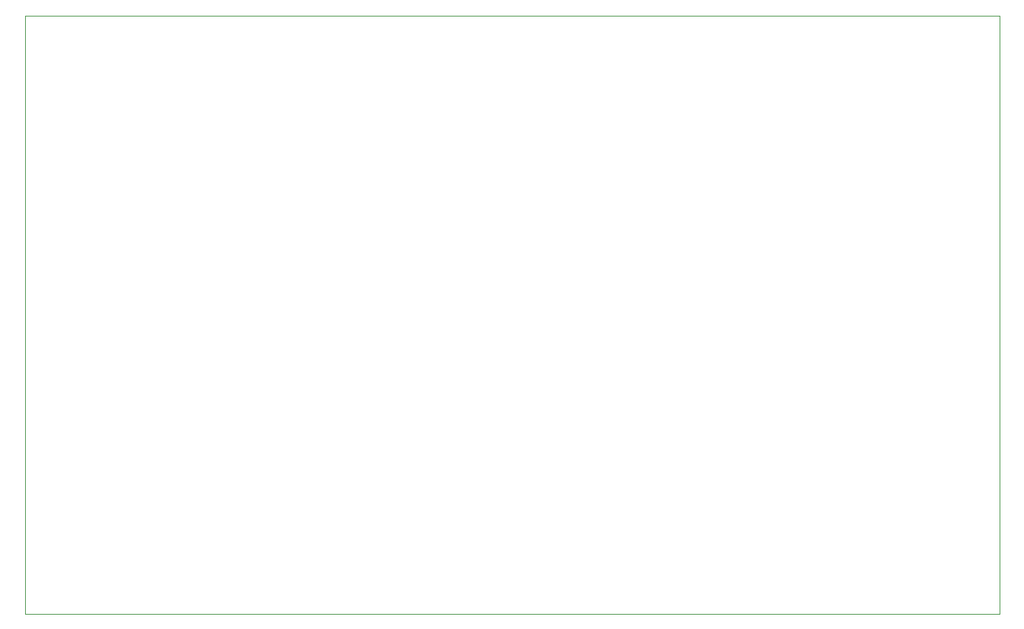
<source format=gbr>
%TF.GenerationSoftware,KiCad,Pcbnew,7.0.6*%
%TF.CreationDate,2023-08-14T13:22:58+02:00*%
%TF.ProjectId,forrasztos,666f7272-6173-47a7-946f-732e6b696361,rev?*%
%TF.SameCoordinates,Original*%
%TF.FileFunction,Profile,NP*%
%FSLAX46Y46*%
G04 Gerber Fmt 4.6, Leading zero omitted, Abs format (unit mm)*
G04 Created by KiCad (PCBNEW 7.0.6) date 2023-08-14 13:22:58*
%MOMM*%
%LPD*%
G01*
G04 APERTURE LIST*
%TA.AperFunction,Profile*%
%ADD10C,0.100000*%
%TD*%
G04 APERTURE END LIST*
D10*
X93200000Y-62700000D02*
X208200000Y-62700000D01*
X93200000Y-62700000D02*
X93200000Y-133300000D01*
X208200000Y-133300000D02*
X208200000Y-62700000D01*
X93200000Y-133300000D02*
X208200000Y-133300000D01*
M02*

</source>
